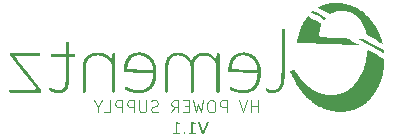
<source format=gbr>
%TF.GenerationSoftware,KiCad,Pcbnew,9.0.7-9.0.7~ubuntu22.04.1*%
%TF.CreationDate,2026-01-21T12:36:38+05:30*%
%TF.ProjectId,HV_POWER_SUPPLY_NEWSHAPE,48565f50-4f57-4455-925f-535550504c59,V1.0*%
%TF.SameCoordinates,Original*%
%TF.FileFunction,Legend,Bot*%
%TF.FilePolarity,Positive*%
%FSLAX46Y46*%
G04 Gerber Fmt 4.6, Leading zero omitted, Abs format (unit mm)*
G04 Created by KiCad (PCBNEW 9.0.7-9.0.7~ubuntu22.04.1) date 2026-01-21 12:36:38*
%MOMM*%
%LPD*%
G01*
G04 APERTURE LIST*
%ADD10C,0.000000*%
%ADD11C,0.120000*%
%ADD12R,1.700000X1.700000*%
%ADD13C,1.700000*%
%ADD14C,3.200000*%
%ADD15C,1.524003*%
G04 APERTURE END LIST*
D10*
G36*
X181716244Y-86107510D02*
G01*
X181803738Y-86110421D01*
X181870932Y-86112772D01*
X181943520Y-86115594D01*
X182120394Y-86121653D01*
X182995371Y-86614704D01*
X183870348Y-87106749D01*
X183882387Y-87229000D01*
X183887106Y-87276267D01*
X183890374Y-87315386D01*
X183891383Y-87330647D01*
X183891931Y-87342381D01*
X183891986Y-87350089D01*
X183891819Y-87352278D01*
X183891516Y-87353274D01*
X183805337Y-87306340D01*
X183573271Y-87177095D01*
X182812412Y-86750091D01*
X181701029Y-86125701D01*
X181665709Y-86106505D01*
X181716244Y-86107510D01*
G37*
G36*
X163226014Y-87287211D02*
G01*
X163281775Y-87289205D01*
X163322675Y-87292632D01*
X163362989Y-87298535D01*
X163407069Y-87306155D01*
X163453281Y-87315126D01*
X163499991Y-87325080D01*
X163545563Y-87335651D01*
X163588365Y-87346471D01*
X163626762Y-87357173D01*
X163659120Y-87367390D01*
X163754954Y-87404795D01*
X163801007Y-87425407D01*
X163845817Y-87447294D01*
X163889385Y-87470457D01*
X163931710Y-87494894D01*
X163972793Y-87520608D01*
X164012635Y-87547599D01*
X164051234Y-87575867D01*
X164088592Y-87605412D01*
X164124708Y-87636236D01*
X164159584Y-87668339D01*
X164193218Y-87701721D01*
X164225611Y-87736383D01*
X164256764Y-87772326D01*
X164286676Y-87809550D01*
X164315348Y-87848056D01*
X164342780Y-87887844D01*
X164368972Y-87928914D01*
X164393925Y-87971268D01*
X164417638Y-88014906D01*
X164440111Y-88059828D01*
X164481341Y-88153528D01*
X164517615Y-88252372D01*
X164548936Y-88356366D01*
X164575305Y-88465512D01*
X164596723Y-88579816D01*
X164600985Y-88609638D01*
X164604680Y-88644160D01*
X164610363Y-88724986D01*
X164613773Y-88817653D01*
X164614910Y-88917519D01*
X164613773Y-89019943D01*
X164610363Y-89120284D01*
X164604680Y-89213900D01*
X164596723Y-89296150D01*
X164575064Y-89448018D01*
X164547149Y-89590747D01*
X164512878Y-89724458D01*
X164472153Y-89849268D01*
X164424875Y-89965300D01*
X164370943Y-90072672D01*
X164341452Y-90123148D01*
X164310260Y-90171504D01*
X164277355Y-90217755D01*
X164242726Y-90261917D01*
X164206358Y-90304003D01*
X164168241Y-90344030D01*
X164128362Y-90382011D01*
X164086708Y-90417963D01*
X164043266Y-90451899D01*
X163998026Y-90483836D01*
X163950973Y-90513787D01*
X163902096Y-90541769D01*
X163851383Y-90567795D01*
X163798820Y-90591881D01*
X163688098Y-90634294D01*
X163569832Y-90669126D01*
X163443921Y-90696497D01*
X163412010Y-90701446D01*
X163375428Y-90705687D01*
X163290773Y-90712061D01*
X163195013Y-90715641D01*
X163093202Y-90716451D01*
X162990397Y-90714515D01*
X162891653Y-90709856D01*
X162802025Y-90702497D01*
X162762210Y-90697812D01*
X162726569Y-90692462D01*
X162606103Y-90668888D01*
X162487259Y-90640661D01*
X162373554Y-90609001D01*
X162268503Y-90575127D01*
X162175623Y-90540259D01*
X162134847Y-90522834D01*
X162098432Y-90505617D01*
X162066819Y-90488762D01*
X162040447Y-90472420D01*
X162019754Y-90456745D01*
X162005182Y-90441888D01*
X162001947Y-90437595D01*
X161999050Y-90433365D01*
X161997724Y-90431241D01*
X161996476Y-90429094D01*
X161995305Y-90426910D01*
X161994209Y-90424677D01*
X161993185Y-90422382D01*
X161992232Y-90420012D01*
X161991347Y-90417554D01*
X161990528Y-90414995D01*
X161989774Y-90412322D01*
X161989082Y-90409522D01*
X161988451Y-90406583D01*
X161987877Y-90403490D01*
X161987360Y-90400232D01*
X161986898Y-90396795D01*
X161986127Y-90389334D01*
X161985548Y-90381002D01*
X161985145Y-90371697D01*
X161984902Y-90361314D01*
X161984803Y-90349751D01*
X161984831Y-90336903D01*
X161984969Y-90322667D01*
X161985415Y-90291186D01*
X161986164Y-90263721D01*
X161987472Y-90240142D01*
X161989595Y-90220321D01*
X161991043Y-90211779D01*
X161992790Y-90204129D01*
X161994870Y-90197353D01*
X161997313Y-90191437D01*
X162000152Y-90186363D01*
X162003419Y-90182116D01*
X162007146Y-90178680D01*
X162011364Y-90176038D01*
X162016107Y-90174175D01*
X162021406Y-90173074D01*
X162027292Y-90172719D01*
X162033799Y-90173095D01*
X162040957Y-90174185D01*
X162048800Y-90175973D01*
X162057358Y-90178442D01*
X162066664Y-90181578D01*
X162087649Y-90189782D01*
X162112010Y-90200456D01*
X162171884Y-90228700D01*
X162253574Y-90266477D01*
X162332818Y-90301027D01*
X162409798Y-90332388D01*
X162484695Y-90360601D01*
X162557692Y-90385706D01*
X162628971Y-90407743D01*
X162698714Y-90426752D01*
X162767103Y-90442773D01*
X162834320Y-90455845D01*
X162900547Y-90466009D01*
X162965966Y-90473305D01*
X163030759Y-90477773D01*
X163095109Y-90479453D01*
X163159196Y-90478384D01*
X163223204Y-90474607D01*
X163287314Y-90468161D01*
X163342321Y-90460345D01*
X163395945Y-90450545D01*
X163448178Y-90438769D01*
X163499011Y-90425029D01*
X163548433Y-90409335D01*
X163596437Y-90391696D01*
X163643014Y-90372123D01*
X163688153Y-90350627D01*
X163731846Y-90327217D01*
X163774085Y-90301904D01*
X163814859Y-90274697D01*
X163854160Y-90245607D01*
X163891979Y-90214644D01*
X163928307Y-90181818D01*
X163963134Y-90147140D01*
X163996452Y-90110620D01*
X164028251Y-90072267D01*
X164058523Y-90032092D01*
X164087259Y-89990106D01*
X164114448Y-89946317D01*
X164140083Y-89900737D01*
X164164154Y-89853376D01*
X164186653Y-89804244D01*
X164207569Y-89753351D01*
X164226894Y-89700707D01*
X164244619Y-89646322D01*
X164260735Y-89590207D01*
X164275233Y-89532372D01*
X164288104Y-89472826D01*
X164299338Y-89411581D01*
X164316861Y-89284031D01*
X164319078Y-89262274D01*
X164321154Y-89238434D01*
X164324689Y-89187536D01*
X164326055Y-89161994D01*
X164327089Y-89137401D01*
X164327744Y-89114512D01*
X164327973Y-89094087D01*
X164327973Y-89003150D01*
X163951114Y-89003150D01*
X163677214Y-89001730D01*
X163373951Y-88996332D01*
X162971043Y-88985252D01*
X162398208Y-88966783D01*
X161908186Y-88950617D01*
X161878884Y-88924344D01*
X161850600Y-88897066D01*
X161856659Y-88745512D01*
X161860878Y-88679362D01*
X162139971Y-88679362D01*
X162140147Y-88684505D01*
X162140627Y-88688716D01*
X162140991Y-88690501D01*
X162141443Y-88692088D01*
X162141987Y-88693488D01*
X162142627Y-88694714D01*
X162143366Y-88695777D01*
X162144208Y-88696687D01*
X162145158Y-88697459D01*
X162146219Y-88698101D01*
X162147395Y-88698628D01*
X162148690Y-88699049D01*
X162151653Y-88699624D01*
X162155138Y-88699919D01*
X162163800Y-88700044D01*
X162194824Y-88701276D01*
X162258902Y-88704593D01*
X162448716Y-88715204D01*
X162759433Y-88730105D01*
X163112016Y-88741219D01*
X163489604Y-88748166D01*
X163875338Y-88750566D01*
X164327973Y-88750566D01*
X164327973Y-88714185D01*
X164327358Y-88690712D01*
X164325558Y-88664821D01*
X164322645Y-88636819D01*
X164318690Y-88607013D01*
X164307939Y-88543214D01*
X164293873Y-88475873D01*
X164277061Y-88407444D01*
X164258070Y-88340376D01*
X164237470Y-88277120D01*
X164226744Y-88247689D01*
X164215829Y-88220129D01*
X164201124Y-88186426D01*
X164185255Y-88153340D01*
X164168245Y-88120889D01*
X164150121Y-88089091D01*
X164130907Y-88057965D01*
X164110627Y-88027530D01*
X164089308Y-87997803D01*
X164066974Y-87968804D01*
X164019360Y-87913062D01*
X163967985Y-87860452D01*
X163913049Y-87811122D01*
X163854752Y-87765219D01*
X163793294Y-87722893D01*
X163728875Y-87684290D01*
X163661693Y-87649558D01*
X163591950Y-87618847D01*
X163519844Y-87592303D01*
X163445575Y-87570075D01*
X163369344Y-87552311D01*
X163291349Y-87539158D01*
X163270868Y-87536762D01*
X163247602Y-87534874D01*
X163194453Y-87532569D01*
X163135384Y-87532135D01*
X163073875Y-87533466D01*
X163013408Y-87536455D01*
X162957464Y-87540996D01*
X162909524Y-87546981D01*
X162889643Y-87550483D01*
X162873069Y-87554305D01*
X162847778Y-87561284D01*
X162822348Y-87569310D01*
X162796853Y-87578339D01*
X162771368Y-87588328D01*
X162745965Y-87599235D01*
X162720719Y-87611017D01*
X162695705Y-87623630D01*
X162670995Y-87637032D01*
X162646664Y-87651180D01*
X162622787Y-87666031D01*
X162599436Y-87681541D01*
X162576687Y-87697669D01*
X162554613Y-87714371D01*
X162533288Y-87731604D01*
X162512785Y-87749326D01*
X162493180Y-87767493D01*
X162457739Y-87803769D01*
X162423826Y-87843160D01*
X162391499Y-87885514D01*
X162360819Y-87930679D01*
X162331843Y-87978502D01*
X162304632Y-88028831D01*
X162279245Y-88081514D01*
X162255740Y-88136397D01*
X162234177Y-88193328D01*
X162214615Y-88252156D01*
X162197114Y-88312727D01*
X162181732Y-88374889D01*
X162168528Y-88438489D01*
X162157562Y-88503376D01*
X162148894Y-88569396D01*
X162142581Y-88636398D01*
X162140964Y-88657406D01*
X162140411Y-88665906D01*
X162140070Y-88673193D01*
X162139971Y-88679362D01*
X161860878Y-88679362D01*
X161866438Y-88592189D01*
X161883599Y-88446764D01*
X161908066Y-88309346D01*
X161939760Y-88180044D01*
X161978606Y-88058964D01*
X162024527Y-87946216D01*
X162077444Y-87841906D01*
X162137283Y-87746144D01*
X162203965Y-87659038D01*
X162239848Y-87618764D01*
X162277414Y-87580694D01*
X162316651Y-87544843D01*
X162357552Y-87511222D01*
X162400106Y-87479847D01*
X162444303Y-87450730D01*
X162490135Y-87423884D01*
X162537591Y-87399325D01*
X162586661Y-87377064D01*
X162637337Y-87357115D01*
X162689608Y-87339492D01*
X162743465Y-87324209D01*
X162855898Y-87300715D01*
X162897128Y-87295847D01*
X162953124Y-87291916D01*
X163018948Y-87289004D01*
X163089663Y-87287193D01*
X163160331Y-87286568D01*
X163226014Y-87287211D01*
G37*
G36*
X166517483Y-87297572D02*
G01*
X166577017Y-87301856D01*
X166635841Y-87308746D01*
X166693852Y-87318231D01*
X166750945Y-87330303D01*
X166807018Y-87344954D01*
X166861967Y-87362173D01*
X166915689Y-87381953D01*
X166968080Y-87404284D01*
X167019036Y-87429157D01*
X167056254Y-87449529D01*
X167093173Y-87471555D01*
X167129687Y-87495138D01*
X167165690Y-87520180D01*
X167201076Y-87546584D01*
X167235740Y-87574253D01*
X167269573Y-87603087D01*
X167302471Y-87632990D01*
X167334328Y-87663865D01*
X167365036Y-87695612D01*
X167394490Y-87728135D01*
X167422584Y-87761336D01*
X167449211Y-87795117D01*
X167474265Y-87829381D01*
X167497641Y-87864029D01*
X167519231Y-87898964D01*
X167523046Y-87905507D01*
X167526930Y-87911853D01*
X167530853Y-87917970D01*
X167534786Y-87923829D01*
X167538697Y-87929398D01*
X167542558Y-87934646D01*
X167546337Y-87939542D01*
X167550006Y-87944055D01*
X167553533Y-87948153D01*
X167556889Y-87951805D01*
X167560045Y-87954981D01*
X167562968Y-87957649D01*
X167565631Y-87959779D01*
X167568003Y-87961338D01*
X167570053Y-87962297D01*
X167570948Y-87962541D01*
X167571752Y-87962623D01*
X167572639Y-87962547D01*
X167573589Y-87962319D01*
X167574598Y-87961943D01*
X167575664Y-87961421D01*
X167576786Y-87960757D01*
X167577959Y-87959952D01*
X167579184Y-87959010D01*
X167580456Y-87957934D01*
X167581773Y-87956726D01*
X167583134Y-87955389D01*
X167585976Y-87952339D01*
X167588962Y-87948806D01*
X167592074Y-87944814D01*
X167595294Y-87940383D01*
X167598601Y-87935536D01*
X167601978Y-87930295D01*
X167605405Y-87924683D01*
X167608864Y-87918722D01*
X167612336Y-87912434D01*
X167615802Y-87905840D01*
X167619244Y-87898964D01*
X167645213Y-87850375D01*
X167674869Y-87802833D01*
X167708016Y-87756487D01*
X167744460Y-87711485D01*
X167784005Y-87667974D01*
X167826457Y-87626102D01*
X167871620Y-87586019D01*
X167919298Y-87547871D01*
X167969297Y-87511806D01*
X168021422Y-87477974D01*
X168075478Y-87446521D01*
X168131268Y-87417597D01*
X168188599Y-87391348D01*
X168247275Y-87367923D01*
X168307101Y-87347470D01*
X168367882Y-87330137D01*
X168392349Y-87324183D01*
X168418603Y-87318829D01*
X168446393Y-87314081D01*
X168475470Y-87309948D01*
X168505584Y-87306436D01*
X168536483Y-87303553D01*
X168599641Y-87299703D01*
X168662940Y-87298458D01*
X168694018Y-87298830D01*
X168724381Y-87299876D01*
X168753779Y-87301603D01*
X168781962Y-87304018D01*
X168808679Y-87307128D01*
X168833681Y-87310941D01*
X168888703Y-87322200D01*
X168943439Y-87336217D01*
X168997742Y-87352905D01*
X169051465Y-87372183D01*
X169104461Y-87393964D01*
X169156585Y-87418165D01*
X169207689Y-87444701D01*
X169257627Y-87473488D01*
X169306251Y-87504442D01*
X169353416Y-87537478D01*
X169398974Y-87572513D01*
X169442779Y-87609461D01*
X169484685Y-87648238D01*
X169524543Y-87688761D01*
X169562209Y-87730944D01*
X169597534Y-87774703D01*
X169609246Y-87789944D01*
X169620757Y-87804379D01*
X169631757Y-87817677D01*
X169641934Y-87829508D01*
X169650976Y-87839539D01*
X169658572Y-87847439D01*
X169664409Y-87852876D01*
X169666571Y-87854568D01*
X169668177Y-87855520D01*
X169669661Y-87855902D01*
X169671088Y-87855893D01*
X169672462Y-87855471D01*
X169673783Y-87854611D01*
X169675056Y-87853292D01*
X169676281Y-87851488D01*
X169677462Y-87849178D01*
X169678601Y-87846338D01*
X169679700Y-87842943D01*
X169680762Y-87838972D01*
X169681789Y-87834401D01*
X169682783Y-87829207D01*
X169683747Y-87823365D01*
X169684683Y-87816853D01*
X169686482Y-87801727D01*
X169688199Y-87783640D01*
X169689854Y-87762406D01*
X169691464Y-87737840D01*
X169693049Y-87709754D01*
X169694630Y-87677962D01*
X169696224Y-87642278D01*
X169697851Y-87602514D01*
X169699530Y-87558486D01*
X169705616Y-87391771D01*
X169736969Y-87358434D01*
X169742199Y-87353077D01*
X169747003Y-87348343D01*
X169751498Y-87344196D01*
X169753665Y-87342330D01*
X169755800Y-87340596D01*
X169757915Y-87338989D01*
X169760026Y-87337505D01*
X169762147Y-87336139D01*
X169764293Y-87334885D01*
X169766478Y-87333739D01*
X169768717Y-87332697D01*
X169771024Y-87331753D01*
X169773415Y-87330902D01*
X169775903Y-87330141D01*
X169778504Y-87329463D01*
X169781231Y-87328865D01*
X169784100Y-87328341D01*
X169787125Y-87327886D01*
X169790320Y-87327496D01*
X169793701Y-87327166D01*
X169797281Y-87326892D01*
X169805099Y-87326488D01*
X169813891Y-87326248D01*
X169823774Y-87326132D01*
X169834864Y-87326102D01*
X169855882Y-87326250D01*
X169864697Y-87326495D01*
X169872540Y-87326907D01*
X169879530Y-87327527D01*
X169885784Y-87328394D01*
X169891422Y-87329547D01*
X169896562Y-87331028D01*
X169901322Y-87332876D01*
X169905820Y-87335130D01*
X169910176Y-87337832D01*
X169914507Y-87341020D01*
X169918931Y-87344735D01*
X169923568Y-87349017D01*
X169928536Y-87353905D01*
X169933952Y-87359439D01*
X169966230Y-87392790D01*
X169966230Y-90623882D01*
X169938978Y-90652179D01*
X169934432Y-90656824D01*
X169930177Y-90660934D01*
X169928116Y-90662798D01*
X169926077Y-90664540D01*
X169924043Y-90666165D01*
X169921996Y-90667677D01*
X169919919Y-90669079D01*
X169917796Y-90670375D01*
X169915610Y-90671570D01*
X169913343Y-90672668D01*
X169910978Y-90673673D01*
X169908499Y-90674588D01*
X169905888Y-90675419D01*
X169903127Y-90676168D01*
X169900202Y-90676841D01*
X169897093Y-90677441D01*
X169893784Y-90677972D01*
X169890258Y-90678438D01*
X169886498Y-90678843D01*
X169882487Y-90679192D01*
X169878208Y-90679488D01*
X169873643Y-90679736D01*
X169863590Y-90680103D01*
X169852192Y-90680325D01*
X169839311Y-90680434D01*
X169824812Y-90680463D01*
X169796629Y-90680357D01*
X169785009Y-90680157D01*
X169774821Y-90679801D01*
X169765905Y-90679243D01*
X169758099Y-90678440D01*
X169751241Y-90677346D01*
X169745171Y-90675919D01*
X169739728Y-90674112D01*
X169734749Y-90671882D01*
X169730074Y-90669184D01*
X169725542Y-90665974D01*
X169720992Y-90662208D01*
X169716261Y-90657841D01*
X169705616Y-90647125D01*
X169673203Y-90613788D01*
X169673203Y-89487245D01*
X169672773Y-88856372D01*
X169670459Y-88510230D01*
X169668114Y-88413682D01*
X169664721Y-88352016D01*
X169660088Y-88313131D01*
X169654022Y-88284926D01*
X169646099Y-88256095D01*
X169637113Y-88227573D01*
X169627066Y-88199358D01*
X169615959Y-88171451D01*
X169603793Y-88143852D01*
X169590570Y-88116561D01*
X169576290Y-88089578D01*
X169560954Y-88062902D01*
X169544565Y-88036534D01*
X169527122Y-88010474D01*
X169508628Y-87984721D01*
X169489083Y-87959276D01*
X169468488Y-87934139D01*
X169446845Y-87909310D01*
X169424155Y-87884788D01*
X169400419Y-87860573D01*
X169354378Y-87817652D01*
X169306159Y-87777582D01*
X169255927Y-87740422D01*
X169203848Y-87706229D01*
X169150088Y-87675062D01*
X169094812Y-87646977D01*
X169038186Y-87622033D01*
X168980376Y-87600286D01*
X168921548Y-87581796D01*
X168861867Y-87566620D01*
X168801498Y-87554814D01*
X168740608Y-87546438D01*
X168679363Y-87541549D01*
X168617927Y-87540204D01*
X168556467Y-87542461D01*
X168495148Y-87548378D01*
X168436966Y-87557190D01*
X168381372Y-87568857D01*
X168328350Y-87583392D01*
X168277883Y-87600809D01*
X168229956Y-87621120D01*
X168184552Y-87644339D01*
X168141655Y-87670480D01*
X168101249Y-87699555D01*
X168063317Y-87731578D01*
X168027843Y-87766563D01*
X167994810Y-87804522D01*
X167964203Y-87845469D01*
X167936005Y-87889418D01*
X167910200Y-87936381D01*
X167886772Y-87986373D01*
X167865704Y-88039405D01*
X167842861Y-88100836D01*
X167833739Y-88128114D01*
X167829701Y-88141951D01*
X167825991Y-88156323D01*
X167822595Y-88171534D01*
X167819499Y-88187884D01*
X167816686Y-88205676D01*
X167814143Y-88225213D01*
X167811855Y-88246797D01*
X167809807Y-88270730D01*
X167807983Y-88297314D01*
X167806370Y-88326852D01*
X167803715Y-88395998D01*
X167801722Y-88480587D01*
X167800274Y-88583036D01*
X167799251Y-88705765D01*
X167798008Y-89021732D01*
X167797044Y-89447836D01*
X167792942Y-90624900D01*
X167766749Y-90652179D01*
X167762201Y-90656824D01*
X167757942Y-90660934D01*
X167755879Y-90662798D01*
X167753836Y-90664540D01*
X167751798Y-90666165D01*
X167749747Y-90667677D01*
X167747667Y-90669079D01*
X167745540Y-90670375D01*
X167743349Y-90671570D01*
X167741078Y-90672668D01*
X167738709Y-90673673D01*
X167736226Y-90674588D01*
X167733611Y-90675419D01*
X167730848Y-90676168D01*
X167727919Y-90676841D01*
X167724808Y-90677441D01*
X167721497Y-90677972D01*
X167717970Y-90678438D01*
X167714209Y-90678843D01*
X167710198Y-90679192D01*
X167705920Y-90679488D01*
X167701357Y-90679736D01*
X167691311Y-90680103D01*
X167679923Y-90680325D01*
X167667059Y-90680434D01*
X167652581Y-90680463D01*
X167625201Y-90680325D01*
X167613802Y-90680103D01*
X167603749Y-90679736D01*
X167594905Y-90679192D01*
X167587134Y-90678438D01*
X167580299Y-90677441D01*
X167574265Y-90676168D01*
X167568893Y-90674588D01*
X167564049Y-90672668D01*
X167559596Y-90670375D01*
X167555397Y-90667677D01*
X167551315Y-90664540D01*
X167547216Y-90660934D01*
X167538414Y-90652179D01*
X167512088Y-90624900D01*
X167509045Y-89483197D01*
X167506447Y-88764145D01*
X167503959Y-88547884D01*
X167499371Y-88402379D01*
X167491701Y-88309065D01*
X167479967Y-88249376D01*
X167463189Y-88204748D01*
X167440385Y-88156616D01*
X167426657Y-88128961D01*
X167410970Y-88100668D01*
X167393470Y-88071904D01*
X167374304Y-88042837D01*
X167353618Y-88013634D01*
X167331558Y-87984463D01*
X167308270Y-87955489D01*
X167283901Y-87926881D01*
X167258598Y-87898807D01*
X167232506Y-87871432D01*
X167205771Y-87844925D01*
X167178541Y-87819453D01*
X167150961Y-87795183D01*
X167123178Y-87772282D01*
X167095339Y-87750919D01*
X167067588Y-87731258D01*
X167037853Y-87711785D01*
X167007059Y-87693175D01*
X166975306Y-87675463D01*
X166942698Y-87658681D01*
X166909338Y-87642864D01*
X166875328Y-87628047D01*
X166840769Y-87614263D01*
X166805766Y-87601546D01*
X166770420Y-87589931D01*
X166734834Y-87579451D01*
X166699111Y-87570141D01*
X166663352Y-87562033D01*
X166627661Y-87555164D01*
X166592140Y-87549565D01*
X166556891Y-87545273D01*
X166522018Y-87542319D01*
X166487077Y-87540689D01*
X166451354Y-87540322D01*
X166415062Y-87541177D01*
X166378415Y-87543215D01*
X166341625Y-87546396D01*
X166304905Y-87550679D01*
X166268469Y-87556026D01*
X166232530Y-87562395D01*
X166197301Y-87569747D01*
X166162995Y-87578041D01*
X166129825Y-87587239D01*
X166098005Y-87597300D01*
X166067748Y-87608184D01*
X166039267Y-87619851D01*
X166012775Y-87632261D01*
X165988484Y-87645374D01*
X165973279Y-87654635D01*
X165958349Y-87664419D01*
X165943695Y-87674721D01*
X165929322Y-87685538D01*
X165915231Y-87696866D01*
X165901425Y-87708700D01*
X165874678Y-87733872D01*
X165849103Y-87761022D01*
X165824720Y-87790116D01*
X165801550Y-87821123D01*
X165779612Y-87854009D01*
X165758930Y-87888742D01*
X165739522Y-87925289D01*
X165721409Y-87963619D01*
X165704614Y-88003697D01*
X165689155Y-88045492D01*
X165675054Y-88088971D01*
X165662332Y-88134102D01*
X165651009Y-88180852D01*
X165646933Y-88198745D01*
X165643361Y-88216157D01*
X165641752Y-88225265D01*
X165640255Y-88234952D01*
X165638865Y-88245450D01*
X165637577Y-88256992D01*
X165636386Y-88269811D01*
X165635287Y-88284141D01*
X165633349Y-88318263D01*
X165631723Y-88361220D01*
X165630371Y-88414876D01*
X165629254Y-88481094D01*
X165628335Y-88561738D01*
X165627575Y-88658672D01*
X165626935Y-88773757D01*
X165625864Y-89065838D01*
X165624814Y-89452889D01*
X165620713Y-90624900D01*
X165594521Y-90652179D01*
X165589973Y-90656824D01*
X165585713Y-90660934D01*
X165583650Y-90662798D01*
X165581607Y-90664540D01*
X165579569Y-90666165D01*
X165577519Y-90667677D01*
X165575438Y-90669079D01*
X165573311Y-90670375D01*
X165571121Y-90671570D01*
X165568849Y-90672668D01*
X165566481Y-90673673D01*
X165563997Y-90674588D01*
X165561383Y-90675419D01*
X165558619Y-90676168D01*
X165555690Y-90676841D01*
X165552579Y-90677441D01*
X165549268Y-90677972D01*
X165545741Y-90678438D01*
X165541981Y-90678843D01*
X165537970Y-90679192D01*
X165533691Y-90679488D01*
X165529129Y-90679736D01*
X165519082Y-90680103D01*
X165507695Y-90680325D01*
X165494830Y-90680434D01*
X165480352Y-90680463D01*
X165452970Y-90680325D01*
X165441568Y-90680103D01*
X165431512Y-90679736D01*
X165422664Y-90679192D01*
X165414889Y-90678438D01*
X165408050Y-90677441D01*
X165402011Y-90676168D01*
X165396635Y-90674588D01*
X165391787Y-90672668D01*
X165387330Y-90670375D01*
X165383128Y-90667677D01*
X165379045Y-90664540D01*
X165374944Y-90660934D01*
X165366144Y-90652179D01*
X165338853Y-90623882D01*
X165338853Y-89490275D01*
X165341507Y-88546608D01*
X165346103Y-88344536D01*
X165354013Y-88242486D01*
X165368090Y-88155088D01*
X165386758Y-88071404D01*
X165409944Y-87991527D01*
X165437576Y-87915547D01*
X165469582Y-87843558D01*
X165505888Y-87775650D01*
X165546423Y-87711916D01*
X165591113Y-87652447D01*
X165639888Y-87597335D01*
X165692673Y-87546673D01*
X165749396Y-87500550D01*
X165809986Y-87459061D01*
X165874369Y-87422295D01*
X165942473Y-87390346D01*
X166014226Y-87363305D01*
X166089555Y-87341263D01*
X166151162Y-87327064D01*
X166212783Y-87315533D01*
X166274315Y-87306660D01*
X166335655Y-87300436D01*
X166396698Y-87296853D01*
X166457342Y-87295901D01*
X166517483Y-87297572D01*
G37*
G36*
X183201481Y-87455431D02*
G01*
X183556424Y-87655796D01*
X183773081Y-87780765D01*
X183839016Y-87820540D01*
X183881738Y-87848143D01*
X183905031Y-87865799D01*
X183910575Y-87871593D01*
X183912682Y-87875734D01*
X183913336Y-87885150D01*
X183913394Y-87901185D01*
X183911907Y-87950315D01*
X183908587Y-88017536D01*
X183903802Y-88097260D01*
X183891306Y-88271863D01*
X183884331Y-88355564D01*
X183877359Y-88429414D01*
X183860019Y-88580256D01*
X183839051Y-88728920D01*
X183814453Y-88875405D01*
X183786223Y-89019711D01*
X183754357Y-89161839D01*
X183718853Y-89301788D01*
X183679708Y-89439559D01*
X183636919Y-89575151D01*
X183590484Y-89708565D01*
X183540400Y-89839800D01*
X183486665Y-89968856D01*
X183429275Y-90095733D01*
X183368228Y-90220432D01*
X183303521Y-90342952D01*
X183235151Y-90463293D01*
X183163117Y-90581456D01*
X183108346Y-90665950D01*
X183051404Y-90749569D01*
X182992457Y-90832122D01*
X182931674Y-90913420D01*
X182869224Y-90993273D01*
X182805276Y-91071493D01*
X182739996Y-91147890D01*
X182673555Y-91222273D01*
X182606119Y-91294455D01*
X182537859Y-91364244D01*
X182468941Y-91431452D01*
X182399535Y-91495889D01*
X182329809Y-91557366D01*
X182259931Y-91615693D01*
X182190070Y-91670681D01*
X182120394Y-91722140D01*
X182034414Y-91781823D01*
X181947638Y-91838144D01*
X181859932Y-91891153D01*
X181771163Y-91940898D01*
X181681198Y-91987429D01*
X181589903Y-92030794D01*
X181497147Y-92071042D01*
X181402795Y-92108222D01*
X181306714Y-92142383D01*
X181208772Y-92173574D01*
X181108835Y-92201843D01*
X181006770Y-92227239D01*
X180902443Y-92249812D01*
X180795723Y-92269610D01*
X180686475Y-92286682D01*
X180574566Y-92301076D01*
X180504863Y-92306710D01*
X180412205Y-92310735D01*
X180304134Y-92313149D01*
X180188192Y-92313954D01*
X180071921Y-92313149D01*
X179962864Y-92310735D01*
X179868563Y-92306710D01*
X179796560Y-92301076D01*
X179647579Y-92282008D01*
X179501714Y-92258078D01*
X179358737Y-92229184D01*
X179218422Y-92195224D01*
X179080542Y-92156096D01*
X178944869Y-92111698D01*
X178811178Y-92061927D01*
X178679240Y-92006682D01*
X178548830Y-91945860D01*
X178419719Y-91879360D01*
X178291682Y-91807079D01*
X178164491Y-91728915D01*
X178037920Y-91644766D01*
X177911741Y-91554530D01*
X177785728Y-91458105D01*
X177659653Y-91355389D01*
X177606304Y-91308556D01*
X177540668Y-91248023D01*
X177466840Y-91177805D01*
X177388917Y-91101916D01*
X177310993Y-91024369D01*
X177237166Y-90949179D01*
X177171531Y-90880359D01*
X177118183Y-90821922D01*
X177046772Y-90739436D01*
X176976564Y-90655293D01*
X176907575Y-90569515D01*
X176839823Y-90482127D01*
X176773322Y-90393153D01*
X176708089Y-90302616D01*
X176644140Y-90210540D01*
X176581492Y-90116948D01*
X176520159Y-90021865D01*
X176460159Y-89925313D01*
X176401507Y-89827317D01*
X176344220Y-89727900D01*
X176233802Y-89524898D01*
X176129036Y-89316496D01*
X176064445Y-89178646D01*
X176004121Y-89045722D01*
X175959523Y-88943109D01*
X175946702Y-88911102D01*
X175942110Y-88896193D01*
X175942268Y-88895460D01*
X175942760Y-88894575D01*
X175943611Y-88893523D01*
X175944848Y-88892287D01*
X175946496Y-88890854D01*
X175948581Y-88889207D01*
X175954167Y-88885208D01*
X175961812Y-88880167D01*
X175971724Y-88873960D01*
X175984110Y-88866461D01*
X175999177Y-88857548D01*
X176017132Y-88847096D01*
X176038182Y-88834980D01*
X176090397Y-88805260D01*
X176157480Y-88767395D01*
X176241087Y-88720390D01*
X176292681Y-88692106D01*
X176380524Y-88845670D01*
X176475215Y-89004507D01*
X176575211Y-89160431D01*
X176679579Y-89312234D01*
X176787386Y-89458708D01*
X176897698Y-89598645D01*
X177009582Y-89730838D01*
X177122105Y-89854079D01*
X177178314Y-89911965D01*
X177234333Y-89967159D01*
X177339765Y-90064771D01*
X177446925Y-90156803D01*
X177555838Y-90243264D01*
X177666531Y-90324164D01*
X177779027Y-90399510D01*
X177893354Y-90469313D01*
X178009537Y-90533580D01*
X178127600Y-90592320D01*
X178247571Y-90645544D01*
X178369474Y-90693258D01*
X178493335Y-90735473D01*
X178619179Y-90772197D01*
X178747033Y-90803439D01*
X178876921Y-90829208D01*
X179008870Y-90849512D01*
X179142904Y-90864361D01*
X179215885Y-90869305D01*
X179302685Y-90872081D01*
X179398271Y-90872797D01*
X179497613Y-90871560D01*
X179595677Y-90868475D01*
X179687431Y-90863649D01*
X179767843Y-90857189D01*
X179831881Y-90849201D01*
X179915448Y-90834886D01*
X179997921Y-90818086D01*
X180079294Y-90798803D01*
X180159561Y-90777037D01*
X180238715Y-90752792D01*
X180316751Y-90726068D01*
X180393663Y-90696866D01*
X180469444Y-90665188D01*
X180544089Y-90631036D01*
X180617591Y-90594411D01*
X180689945Y-90555314D01*
X180761145Y-90513748D01*
X180831184Y-90469713D01*
X180900057Y-90423211D01*
X180967757Y-90374244D01*
X181034279Y-90322812D01*
X181057793Y-90303342D01*
X181083417Y-90281149D01*
X181139674Y-90229920D01*
X181200408Y-90171777D01*
X181262978Y-90109373D01*
X181324741Y-90045359D01*
X181383057Y-89982387D01*
X181435284Y-89923109D01*
X181458288Y-89895683D01*
X181478779Y-89870176D01*
X181580152Y-89735554D01*
X181676618Y-89595862D01*
X181768126Y-89451238D01*
X181854620Y-89301822D01*
X181936048Y-89147753D01*
X182012357Y-88989170D01*
X182083491Y-88826212D01*
X182149399Y-88659018D01*
X182210027Y-88487727D01*
X182265321Y-88312479D01*
X182315227Y-88133413D01*
X182359693Y-87950667D01*
X182398665Y-87764382D01*
X182432088Y-87574695D01*
X182459911Y-87381746D01*
X182482079Y-87185674D01*
X182494251Y-87057351D01*
X183201481Y-87455431D01*
G37*
G36*
X175380913Y-85305451D02*
G01*
X175392740Y-85305646D01*
X175403057Y-85305993D01*
X175412023Y-85306536D01*
X175419799Y-85307317D01*
X175426545Y-85308379D01*
X175432421Y-85309765D01*
X175437587Y-85311519D01*
X175442203Y-85313682D01*
X175446429Y-85316299D01*
X175450425Y-85319411D01*
X175454352Y-85323062D01*
X175458369Y-85327295D01*
X175467314Y-85337679D01*
X175493641Y-85368992D01*
X175489538Y-87314923D01*
X175486145Y-88480148D01*
X175479949Y-89137856D01*
X175467699Y-89475405D01*
X175446146Y-89680153D01*
X175433074Y-89761311D01*
X175416828Y-89841403D01*
X175397629Y-89919742D01*
X175375702Y-89995640D01*
X175351269Y-90068413D01*
X175338183Y-90103412D01*
X175324555Y-90137373D01*
X175310412Y-90170209D01*
X175295782Y-90201835D01*
X175280693Y-90232164D01*
X175265173Y-90261111D01*
X175249799Y-90287394D01*
X175233250Y-90313518D01*
X175215613Y-90339397D01*
X175196970Y-90364942D01*
X175177407Y-90390068D01*
X175157009Y-90414685D01*
X175135861Y-90438707D01*
X175114046Y-90462047D01*
X175091650Y-90484618D01*
X175068757Y-90506331D01*
X175045452Y-90527100D01*
X175021820Y-90546837D01*
X174997946Y-90565455D01*
X174973913Y-90582867D01*
X174949807Y-90598985D01*
X174925713Y-90613721D01*
X174878434Y-90638111D01*
X174827097Y-90659366D01*
X174772244Y-90677482D01*
X174714414Y-90692449D01*
X174654149Y-90704262D01*
X174591989Y-90712911D01*
X174528475Y-90718391D01*
X174464147Y-90720693D01*
X174399546Y-90719810D01*
X174335214Y-90715734D01*
X174271689Y-90708459D01*
X174209514Y-90697977D01*
X174149229Y-90684280D01*
X174091374Y-90667362D01*
X174036491Y-90647214D01*
X173985119Y-90623829D01*
X173969532Y-90615735D01*
X173955647Y-90608012D01*
X173943368Y-90600485D01*
X173937801Y-90596740D01*
X173932600Y-90592979D01*
X173927751Y-90589179D01*
X173923245Y-90585318D01*
X173919067Y-90581376D01*
X173915207Y-90577330D01*
X173911653Y-90573158D01*
X173908392Y-90568838D01*
X173905412Y-90564349D01*
X173902702Y-90559669D01*
X173900249Y-90554776D01*
X173898041Y-90549647D01*
X173896067Y-90544262D01*
X173894314Y-90538598D01*
X173892770Y-90532634D01*
X173891424Y-90526347D01*
X173890262Y-90519716D01*
X173889274Y-90512719D01*
X173887770Y-90497540D01*
X173886815Y-90480635D01*
X173886312Y-90461830D01*
X173886166Y-90440949D01*
X173886320Y-90423932D01*
X173886788Y-90408101D01*
X173887574Y-90393433D01*
X173888685Y-90379906D01*
X173890128Y-90367497D01*
X173891907Y-90356185D01*
X173894029Y-90345948D01*
X173896500Y-90336762D01*
X173899327Y-90328607D01*
X173902514Y-90321459D01*
X173906068Y-90315297D01*
X173909996Y-90310099D01*
X173914302Y-90305842D01*
X173918994Y-90302504D01*
X173924076Y-90300063D01*
X173929556Y-90298497D01*
X173930491Y-90298372D01*
X173931580Y-90298374D01*
X173932819Y-90298500D01*
X173934201Y-90298748D01*
X173937378Y-90299596D01*
X173941070Y-90300894D01*
X173945234Y-90302618D01*
X173949830Y-90304744D01*
X173954815Y-90307250D01*
X173960149Y-90310111D01*
X173965790Y-90313303D01*
X173971696Y-90316803D01*
X173977826Y-90320588D01*
X173984139Y-90324633D01*
X173990593Y-90328915D01*
X173997146Y-90333411D01*
X174003758Y-90338096D01*
X174010386Y-90342947D01*
X174036189Y-90361839D01*
X174061793Y-90379135D01*
X174087329Y-90394874D01*
X174112925Y-90409095D01*
X174138712Y-90421836D01*
X174164819Y-90433135D01*
X174191377Y-90443031D01*
X174218515Y-90451562D01*
X174246363Y-90458767D01*
X174275050Y-90464685D01*
X174304708Y-90469353D01*
X174335465Y-90472811D01*
X174367451Y-90475097D01*
X174400796Y-90476248D01*
X174435631Y-90476305D01*
X174472084Y-90475305D01*
X174518827Y-90472576D01*
X174562934Y-90468109D01*
X174604591Y-90461802D01*
X174643979Y-90453550D01*
X174681283Y-90443250D01*
X174716686Y-90430798D01*
X174750371Y-90416090D01*
X174782523Y-90399024D01*
X174813325Y-90379495D01*
X174842959Y-90357400D01*
X174871611Y-90332634D01*
X174899462Y-90305096D01*
X174926698Y-90274680D01*
X174953501Y-90241284D01*
X174980054Y-90204803D01*
X175006542Y-90165134D01*
X175020829Y-90141517D01*
X175034847Y-90115821D01*
X175048563Y-90088149D01*
X175061948Y-90058600D01*
X175074970Y-90027275D01*
X175087599Y-89994275D01*
X175099802Y-89959700D01*
X175111550Y-89923652D01*
X175122811Y-89886230D01*
X175133554Y-89847536D01*
X175143748Y-89807669D01*
X175153362Y-89766732D01*
X175162366Y-89724824D01*
X175170728Y-89682045D01*
X175178417Y-89638498D01*
X175185402Y-89594282D01*
X175188442Y-89572182D01*
X175191130Y-89546641D01*
X175193493Y-89515138D01*
X175195558Y-89475154D01*
X175197350Y-89424171D01*
X175198896Y-89359670D01*
X175201359Y-89180037D01*
X175203159Y-88916103D01*
X175204507Y-88547716D01*
X175206699Y-87416973D01*
X175210669Y-85360909D01*
X175236994Y-85333631D01*
X175241541Y-85328983D01*
X175245797Y-85324872D01*
X175247860Y-85323007D01*
X175249902Y-85321264D01*
X175251940Y-85319639D01*
X175253992Y-85318127D01*
X175256074Y-85316725D01*
X175258205Y-85315429D01*
X175260401Y-85314234D01*
X175262679Y-85313136D01*
X175265057Y-85312131D01*
X175267552Y-85311216D01*
X175270181Y-85310386D01*
X175272961Y-85309636D01*
X175275910Y-85308964D01*
X175279045Y-85308365D01*
X175282383Y-85307834D01*
X175285941Y-85307369D01*
X175289736Y-85306964D01*
X175293787Y-85306615D01*
X175298109Y-85306319D01*
X175302720Y-85306072D01*
X175312879Y-85305706D01*
X175324402Y-85305485D01*
X175337425Y-85305376D01*
X175352087Y-85305347D01*
X175380913Y-85305451D01*
G37*
G36*
X177445539Y-84223235D02*
G01*
X177481253Y-84242398D01*
X177608389Y-84312159D01*
X177793866Y-84415072D01*
X178018559Y-84540622D01*
X178597466Y-84867977D01*
X178597602Y-84868314D01*
X178597617Y-84868939D01*
X178597291Y-84871027D01*
X178596511Y-84874183D01*
X178595298Y-84878351D01*
X178591665Y-84889486D01*
X178586569Y-84903972D01*
X178580190Y-84921348D01*
X178572706Y-84941151D01*
X178564294Y-84962920D01*
X178555134Y-84986193D01*
X178528321Y-85056497D01*
X178504560Y-85124860D01*
X178483592Y-85192277D01*
X178465160Y-85259741D01*
X178449003Y-85328248D01*
X178434862Y-85398791D01*
X178422480Y-85472366D01*
X178411596Y-85549967D01*
X178404445Y-85613254D01*
X178399649Y-85670561D01*
X178397198Y-85721973D01*
X178397079Y-85767572D01*
X178397889Y-85788218D01*
X178399278Y-85807441D01*
X178401244Y-85825252D01*
X178403785Y-85841661D01*
X178406899Y-85856679D01*
X178410586Y-85870317D01*
X178414842Y-85882583D01*
X178419668Y-85893489D01*
X178424651Y-85902615D01*
X178430114Y-85911421D01*
X178436041Y-85919896D01*
X178442416Y-85928028D01*
X178449223Y-85935804D01*
X178456445Y-85943213D01*
X178464067Y-85950244D01*
X178472072Y-85956883D01*
X178480445Y-85963121D01*
X178489169Y-85968944D01*
X178498229Y-85974341D01*
X178507607Y-85979300D01*
X178517289Y-85983809D01*
X178527257Y-85987857D01*
X178537497Y-85991431D01*
X178547991Y-85994520D01*
X179586398Y-86037589D01*
X180726305Y-86075351D01*
X180731112Y-86076900D01*
X180741179Y-86081446D01*
X180775966Y-86098919D01*
X180828417Y-86126550D01*
X180896283Y-86163121D01*
X181069261Y-86258203D01*
X181276903Y-86374409D01*
X181807392Y-86673481D01*
X181691240Y-86668427D01*
X179049110Y-86579514D01*
X177262561Y-86518513D01*
X176514137Y-86488577D01*
X176513788Y-86488063D01*
X176513485Y-86487285D01*
X176513016Y-86484962D01*
X176512724Y-86481664D01*
X176512605Y-86477450D01*
X176512657Y-86472378D01*
X176512874Y-86466504D01*
X176513253Y-86459888D01*
X176513790Y-86452587D01*
X176515319Y-86436159D01*
X176517430Y-86417682D01*
X176520090Y-86397620D01*
X176523266Y-86376433D01*
X176551038Y-86218609D01*
X176581703Y-86065210D01*
X176615315Y-85916115D01*
X176651927Y-85771202D01*
X176691592Y-85630350D01*
X176734363Y-85493438D01*
X176780295Y-85360344D01*
X176829439Y-85230947D01*
X176881850Y-85105126D01*
X176937581Y-84982759D01*
X176996685Y-84863726D01*
X177059215Y-84747904D01*
X177125225Y-84635172D01*
X177194767Y-84525410D01*
X177267896Y-84418495D01*
X177344664Y-84314306D01*
X177359994Y-84294721D01*
X177374709Y-84276402D01*
X177388479Y-84259765D01*
X177400972Y-84245223D01*
X177411859Y-84233192D01*
X177420810Y-84224085D01*
X177424456Y-84220758D01*
X177427494Y-84218317D01*
X177429883Y-84216814D01*
X177431582Y-84216302D01*
X177445539Y-84223235D01*
G37*
G36*
X172087581Y-87289704D02*
G01*
X172163656Y-87293914D01*
X172196252Y-87297033D01*
X172224318Y-87300848D01*
X172326539Y-87320630D01*
X172425113Y-87346186D01*
X172519918Y-87377420D01*
X172610836Y-87414233D01*
X172697746Y-87456527D01*
X172780529Y-87504206D01*
X172859066Y-87557171D01*
X172933235Y-87615325D01*
X173002918Y-87678570D01*
X173067994Y-87746808D01*
X173128345Y-87819942D01*
X173183849Y-87897875D01*
X173234388Y-87980508D01*
X173279841Y-88067745D01*
X173320090Y-88159486D01*
X173355013Y-88255636D01*
X173368474Y-88298698D01*
X173380840Y-88341593D01*
X173392128Y-88384461D01*
X173402357Y-88427442D01*
X173411544Y-88470679D01*
X173419707Y-88514311D01*
X173426864Y-88558478D01*
X173433032Y-88603322D01*
X173438230Y-88648983D01*
X173442476Y-88695601D01*
X173445786Y-88743318D01*
X173448180Y-88792273D01*
X173449674Y-88842608D01*
X173450287Y-88894463D01*
X173448940Y-89003296D01*
X173444234Y-89117408D01*
X173436553Y-89227149D01*
X173425881Y-89332578D01*
X173412201Y-89433752D01*
X173395496Y-89530728D01*
X173375750Y-89623565D01*
X173352946Y-89712320D01*
X173327068Y-89797050D01*
X173298098Y-89877815D01*
X173266020Y-89954670D01*
X173230817Y-90027675D01*
X173192473Y-90096887D01*
X173150971Y-90162363D01*
X173106295Y-90224161D01*
X173058427Y-90282339D01*
X173007351Y-90336955D01*
X172967176Y-90375519D01*
X172925420Y-90412027D01*
X172882070Y-90446484D01*
X172837110Y-90478894D01*
X172790527Y-90509262D01*
X172742304Y-90537592D01*
X172692429Y-90563889D01*
X172640887Y-90588156D01*
X172587662Y-90610399D01*
X172532740Y-90630622D01*
X172476108Y-90648828D01*
X172417750Y-90665024D01*
X172357651Y-90679212D01*
X172295798Y-90691398D01*
X172232175Y-90701585D01*
X172166769Y-90709779D01*
X172115752Y-90714419D01*
X172058117Y-90717734D01*
X171996055Y-90719722D01*
X171931754Y-90720385D01*
X171867404Y-90719722D01*
X171805192Y-90717734D01*
X171747309Y-90714419D01*
X171695944Y-90709779D01*
X171629790Y-90701531D01*
X171561759Y-90690966D01*
X171492606Y-90678327D01*
X171423086Y-90663854D01*
X171285966Y-90630371D01*
X171156442Y-90592449D01*
X171096415Y-90572426D01*
X171040553Y-90552017D01*
X170989611Y-90531462D01*
X170944343Y-90511004D01*
X170905505Y-90490883D01*
X170873852Y-90471340D01*
X170850139Y-90452618D01*
X170835121Y-90434956D01*
X170831948Y-90429257D01*
X170829050Y-90422805D01*
X170824062Y-90407876D01*
X170820128Y-90390635D01*
X170817217Y-90371547D01*
X170815300Y-90351081D01*
X170814346Y-90329701D01*
X170814327Y-90307873D01*
X170815212Y-90286065D01*
X170816971Y-90264742D01*
X170819575Y-90244371D01*
X170822993Y-90225417D01*
X170827196Y-90208347D01*
X170832155Y-90193627D01*
X170837838Y-90181723D01*
X170840942Y-90176973D01*
X170844217Y-90173102D01*
X170847658Y-90170168D01*
X170851261Y-90168230D01*
X170852275Y-90168028D01*
X170853600Y-90167988D01*
X170857146Y-90168380D01*
X170861831Y-90169375D01*
X170867586Y-90170945D01*
X170874341Y-90173059D01*
X170882026Y-90175688D01*
X170890572Y-90178803D01*
X170899911Y-90182373D01*
X170920685Y-90190763D01*
X170943795Y-90200620D01*
X170968684Y-90211709D01*
X170994799Y-90223792D01*
X171092123Y-90268854D01*
X171188329Y-90309961D01*
X171282953Y-90346947D01*
X171375533Y-90379645D01*
X171465609Y-90407891D01*
X171552717Y-90431519D01*
X171636396Y-90450364D01*
X171676806Y-90457940D01*
X171716185Y-90464259D01*
X171744817Y-90467907D01*
X171775230Y-90470900D01*
X171840363Y-90474947D01*
X171909524Y-90476460D01*
X171980652Y-90475499D01*
X172051687Y-90472122D01*
X172120569Y-90466389D01*
X172185237Y-90458359D01*
X172215347Y-90453502D01*
X172243631Y-90448093D01*
X172316039Y-90430496D01*
X172385881Y-90408808D01*
X172453099Y-90383079D01*
X172517632Y-90353361D01*
X172579422Y-90319706D01*
X172638407Y-90282166D01*
X172694529Y-90240792D01*
X172747729Y-90195637D01*
X172797945Y-90146752D01*
X172845119Y-90094190D01*
X172889191Y-90038001D01*
X172930101Y-89978238D01*
X172967789Y-89914953D01*
X173002196Y-89848197D01*
X173033263Y-89778022D01*
X173060928Y-89704481D01*
X173081298Y-89641460D01*
X173099318Y-89576937D01*
X173107479Y-89543879D01*
X173115092Y-89510166D01*
X173128728Y-89440399D01*
X173140329Y-89366891D01*
X173150002Y-89288895D01*
X173157852Y-89205666D01*
X173163984Y-89116458D01*
X173171129Y-89003296D01*
X172793169Y-89003296D01*
X172514670Y-89001732D01*
X172205449Y-88996096D01*
X171800357Y-88984968D01*
X171234245Y-88966929D01*
X170749264Y-88951768D01*
X170714869Y-88919436D01*
X170681532Y-88887104D01*
X170687616Y-88755765D01*
X170691877Y-88697159D01*
X170695256Y-88650685D01*
X170976542Y-88650685D01*
X170976542Y-88697159D01*
X171084755Y-88704237D01*
X171308227Y-88717164D01*
X171495273Y-88726588D01*
X171679863Y-88733928D01*
X171895968Y-88740604D01*
X172070959Y-88744315D01*
X172282475Y-88747553D01*
X172503838Y-88749842D01*
X172708372Y-88750711D01*
X173162001Y-88750711D01*
X173155914Y-88656745D01*
X173145736Y-88556667D01*
X173128584Y-88459682D01*
X173104659Y-88366043D01*
X173074166Y-88276000D01*
X173037308Y-88189805D01*
X172994287Y-88107709D01*
X172945306Y-88029965D01*
X172890570Y-87956824D01*
X172830280Y-87888537D01*
X172764641Y-87825356D01*
X172693854Y-87767533D01*
X172618124Y-87715319D01*
X172537652Y-87668966D01*
X172452644Y-87628725D01*
X172363300Y-87594848D01*
X172269825Y-87567587D01*
X172239667Y-87560543D01*
X172208764Y-87554194D01*
X172177247Y-87548551D01*
X172145249Y-87543621D01*
X172112902Y-87539413D01*
X172080336Y-87535937D01*
X172047685Y-87533201D01*
X172015081Y-87531214D01*
X171982654Y-87529984D01*
X171950538Y-87529521D01*
X171918865Y-87529834D01*
X171887765Y-87530931D01*
X171857372Y-87532821D01*
X171827816Y-87535513D01*
X171799231Y-87539016D01*
X171771748Y-87543338D01*
X171737324Y-87549858D01*
X171704094Y-87557320D01*
X171671969Y-87565767D01*
X171640862Y-87575243D01*
X171610685Y-87585791D01*
X171581350Y-87597453D01*
X171552771Y-87610273D01*
X171524859Y-87624292D01*
X171497526Y-87639555D01*
X171470686Y-87656104D01*
X171444251Y-87673982D01*
X171418132Y-87693232D01*
X171392243Y-87713897D01*
X171366496Y-87736020D01*
X171340803Y-87759643D01*
X171315077Y-87784810D01*
X171290077Y-87811034D01*
X171266205Y-87837838D01*
X171243427Y-87865281D01*
X171221711Y-87893423D01*
X171201025Y-87922324D01*
X171181335Y-87952041D01*
X171162610Y-87982634D01*
X171144817Y-88014163D01*
X171127922Y-88046686D01*
X171111895Y-88080263D01*
X171096701Y-88114952D01*
X171082309Y-88150814D01*
X171068686Y-88187907D01*
X171055799Y-88226290D01*
X171043616Y-88266023D01*
X171032105Y-88307164D01*
X171021627Y-88350104D01*
X171011535Y-88396643D01*
X171002141Y-88444982D01*
X170993756Y-88493321D01*
X170986692Y-88539861D01*
X170981261Y-88582801D01*
X170977773Y-88620342D01*
X170976542Y-88650685D01*
X170695256Y-88650685D01*
X170698540Y-88605517D01*
X170715774Y-88463199D01*
X170739303Y-88328832D01*
X170769112Y-88202437D01*
X170805186Y-88084033D01*
X170847509Y-87973643D01*
X170896066Y-87871286D01*
X170950844Y-87776983D01*
X171011825Y-87690756D01*
X171078996Y-87612624D01*
X171152340Y-87542608D01*
X171231844Y-87480730D01*
X171317491Y-87427009D01*
X171409267Y-87381468D01*
X171507157Y-87344125D01*
X171611145Y-87315003D01*
X171636001Y-87309936D01*
X171665816Y-87305358D01*
X171737611Y-87297728D01*
X171821108Y-87292229D01*
X171910884Y-87288979D01*
X172001516Y-87288098D01*
X172087581Y-87289704D01*
G37*
G36*
X157069362Y-86376543D02*
G01*
X157076962Y-86376833D01*
X157083823Y-86377300D01*
X157090039Y-86377981D01*
X157095703Y-86378910D01*
X157100908Y-86380124D01*
X157105748Y-86381657D01*
X157110315Y-86383545D01*
X157114704Y-86385824D01*
X157119007Y-86388529D01*
X157123317Y-86391696D01*
X157127728Y-86395360D01*
X157132333Y-86399557D01*
X157137226Y-86404322D01*
X157142499Y-86409691D01*
X157174830Y-86442023D01*
X157184938Y-86896683D01*
X157189170Y-87076797D01*
X157193780Y-87230482D01*
X157198010Y-87341542D01*
X157201104Y-87393783D01*
X157207162Y-87437227D01*
X157686072Y-87437227D01*
X157718404Y-87470564D01*
X157723596Y-87476005D01*
X157728206Y-87481036D01*
X157732269Y-87485768D01*
X157734105Y-87488057D01*
X157735818Y-87490312D01*
X157737410Y-87492548D01*
X157738887Y-87494779D01*
X157740253Y-87497019D01*
X157741511Y-87499281D01*
X157742666Y-87501579D01*
X157743723Y-87503927D01*
X157744686Y-87506340D01*
X157745558Y-87508830D01*
X157746345Y-87511412D01*
X157747050Y-87514099D01*
X157747678Y-87516907D01*
X157748232Y-87519847D01*
X157748718Y-87522935D01*
X157749139Y-87526184D01*
X157749805Y-87533221D01*
X157750263Y-87541069D01*
X157750549Y-87549839D01*
X157750695Y-87559643D01*
X157750736Y-87570590D01*
X157750621Y-87592412D01*
X157750403Y-87601423D01*
X157750009Y-87609345D01*
X157749390Y-87616315D01*
X157748496Y-87622466D01*
X157747276Y-87627933D01*
X157745681Y-87632852D01*
X157744726Y-87635147D01*
X157743659Y-87637355D01*
X157741161Y-87641580D01*
X157738136Y-87645659D01*
X157734534Y-87649728D01*
X157730305Y-87653921D01*
X157725398Y-87658372D01*
X157713350Y-87668592D01*
X157674959Y-87699918D01*
X157195045Y-87699918D01*
X157195045Y-88753714D01*
X157193845Y-89416533D01*
X157191635Y-89635356D01*
X157187719Y-89796897D01*
X157181625Y-89914487D01*
X157172877Y-90001459D01*
X157161003Y-90071145D01*
X157145528Y-90136876D01*
X157127859Y-90198746D01*
X157107423Y-90257060D01*
X157084199Y-90311839D01*
X157058165Y-90363105D01*
X157044089Y-90387427D01*
X157029302Y-90410878D01*
X157013803Y-90433461D01*
X156997588Y-90455179D01*
X156980656Y-90476033D01*
X156963004Y-90496027D01*
X156944628Y-90515164D01*
X156925527Y-90533445D01*
X156905697Y-90550874D01*
X156885137Y-90567453D01*
X156863844Y-90583185D01*
X156841814Y-90598072D01*
X156819046Y-90612116D01*
X156795537Y-90625321D01*
X156771284Y-90637689D01*
X156746285Y-90649223D01*
X156694038Y-90669797D01*
X156638774Y-90687065D01*
X156580473Y-90701046D01*
X156519114Y-90711763D01*
X156496097Y-90714500D01*
X156470808Y-90716653D01*
X156414558Y-90719247D01*
X156352648Y-90719615D01*
X156287365Y-90717829D01*
X156220993Y-90713959D01*
X156155817Y-90708076D01*
X156094122Y-90700252D01*
X156065294Y-90695633D01*
X156038194Y-90690557D01*
X155999340Y-90682296D01*
X155960622Y-90673117D01*
X155922291Y-90663122D01*
X155884601Y-90652411D01*
X155847805Y-90641085D01*
X155812157Y-90629243D01*
X155777908Y-90616988D01*
X155745313Y-90604418D01*
X155714624Y-90591636D01*
X155686095Y-90578741D01*
X155659977Y-90565835D01*
X155636525Y-90553017D01*
X155615992Y-90540389D01*
X155598630Y-90528051D01*
X155584692Y-90516103D01*
X155574432Y-90504647D01*
X155570623Y-90499012D01*
X155567146Y-90492570D01*
X155563997Y-90485385D01*
X155561172Y-90477520D01*
X155556474Y-90460000D01*
X155553014Y-90440518D01*
X155550755Y-90419581D01*
X155549661Y-90397693D01*
X155549695Y-90375361D01*
X155550820Y-90353092D01*
X155552998Y-90331392D01*
X155556193Y-90310765D01*
X155560368Y-90291720D01*
X155565486Y-90274762D01*
X155571509Y-90260397D01*
X155574849Y-90254344D01*
X155578402Y-90249131D01*
X155582163Y-90244818D01*
X155586127Y-90241470D01*
X155590289Y-90239150D01*
X155594646Y-90237921D01*
X155595887Y-90237834D01*
X155597520Y-90237949D01*
X155601911Y-90238768D01*
X155607730Y-90240339D01*
X155614883Y-90242623D01*
X155623280Y-90245582D01*
X155632828Y-90249177D01*
X155655011Y-90258123D01*
X155680699Y-90269154D01*
X155709158Y-90281961D01*
X155739655Y-90296237D01*
X155771454Y-90311673D01*
X155834235Y-90341484D01*
X155895773Y-90368691D01*
X155955677Y-90393151D01*
X156013558Y-90414723D01*
X156069024Y-90433265D01*
X156121684Y-90448634D01*
X156171148Y-90460688D01*
X156194560Y-90465428D01*
X156217026Y-90469286D01*
X156236455Y-90472011D01*
X156257089Y-90474136D01*
X156278711Y-90475675D01*
X156301106Y-90476642D01*
X156324057Y-90477053D01*
X156347348Y-90476921D01*
X156394088Y-90475093D01*
X156417104Y-90473426D01*
X156439596Y-90471276D01*
X156461348Y-90468658D01*
X156482144Y-90465587D01*
X156501768Y-90462078D01*
X156520004Y-90458146D01*
X156536635Y-90453806D01*
X156551446Y-90449071D01*
X156578184Y-90438663D01*
X156604192Y-90426412D01*
X156629424Y-90412374D01*
X156653837Y-90396600D01*
X156677385Y-90379145D01*
X156700025Y-90360062D01*
X156721712Y-90339404D01*
X156742401Y-90317225D01*
X156762048Y-90293577D01*
X156780609Y-90268514D01*
X156798038Y-90242089D01*
X156814293Y-90214357D01*
X156829328Y-90185369D01*
X156843099Y-90155179D01*
X156855561Y-90123841D01*
X156866671Y-90091408D01*
X156876120Y-90060988D01*
X156884434Y-90031459D01*
X156891685Y-90001087D01*
X156897947Y-89968135D01*
X156903290Y-89930867D01*
X156907789Y-89887547D01*
X156911515Y-89836438D01*
X156914540Y-89775806D01*
X156916939Y-89703914D01*
X156918782Y-89619025D01*
X156920143Y-89519404D01*
X156921093Y-89403316D01*
X156922055Y-89114790D01*
X156922247Y-88739559D01*
X156922247Y-87699918D01*
X155723975Y-87699918D01*
X155691643Y-87666568D01*
X155686283Y-87661127D01*
X155681548Y-87656094D01*
X155677399Y-87651357D01*
X155675533Y-87649065D01*
X155673799Y-87646804D01*
X155672192Y-87644561D01*
X155670708Y-87642322D01*
X155669341Y-87640072D01*
X155668088Y-87637798D01*
X155666942Y-87635486D01*
X155665900Y-87633121D01*
X155664956Y-87630689D01*
X155664106Y-87628177D01*
X155663345Y-87625569D01*
X155662667Y-87622854D01*
X155662069Y-87620015D01*
X155661546Y-87617039D01*
X155661091Y-87613913D01*
X155660702Y-87610621D01*
X155660098Y-87603487D01*
X155659696Y-87595524D01*
X155659456Y-87586619D01*
X155659340Y-87576661D01*
X155659310Y-87565537D01*
X155659456Y-87544212D01*
X155659696Y-87535282D01*
X155660098Y-87527351D01*
X155660702Y-87520301D01*
X155661546Y-87514017D01*
X155662667Y-87508380D01*
X155664106Y-87503275D01*
X155665900Y-87498584D01*
X155668088Y-87494191D01*
X155670708Y-87489979D01*
X155673799Y-87485830D01*
X155677399Y-87481628D01*
X155681548Y-87477256D01*
X155686283Y-87472597D01*
X155691643Y-87467535D01*
X155724980Y-87438233D01*
X156323110Y-87437227D01*
X156922247Y-87437227D01*
X156922247Y-86438994D01*
X156957608Y-86407680D01*
X156963270Y-86402833D01*
X156968567Y-86398502D01*
X156973583Y-86394660D01*
X156978401Y-86391277D01*
X156983107Y-86388327D01*
X156985444Y-86387005D01*
X156987785Y-86385781D01*
X156990139Y-86384650D01*
X156992518Y-86383610D01*
X156994933Y-86382657D01*
X156997393Y-86381787D01*
X156999909Y-86380998D01*
X157002492Y-86380284D01*
X157005152Y-86379644D01*
X157007901Y-86379073D01*
X157013703Y-86378125D01*
X157019984Y-86377412D01*
X157026827Y-86376907D01*
X157034317Y-86376581D01*
X157042538Y-86376406D01*
X157051575Y-86376354D01*
X157069362Y-86376543D01*
G37*
G36*
X178255360Y-83950619D02*
G01*
X178792862Y-84253725D01*
X178962593Y-84348697D01*
X178894857Y-84426494D01*
X178847332Y-84482064D01*
X178832276Y-84499808D01*
X178827966Y-84505010D01*
X178826199Y-84507324D01*
X178348147Y-84241350D01*
X177772364Y-83916267D01*
X177727913Y-83891009D01*
X177752256Y-83865750D01*
X177754792Y-83862879D01*
X177757853Y-83859597D01*
X177765374Y-83851952D01*
X177774464Y-83843123D01*
X177784767Y-83833418D01*
X177795925Y-83823145D01*
X177807583Y-83812611D01*
X177819383Y-83802125D01*
X177830969Y-83791994D01*
X177887590Y-83743497D01*
X178255360Y-83950619D01*
G37*
G36*
X154748787Y-87352375D02*
G01*
X154754133Y-87356884D01*
X154758834Y-87361030D01*
X154760955Y-87363010D01*
X154762931Y-87364949D01*
X154764766Y-87366865D01*
X154766466Y-87368774D01*
X154768035Y-87370694D01*
X154769479Y-87372641D01*
X154770804Y-87374632D01*
X154772014Y-87376684D01*
X154773114Y-87378813D01*
X154774110Y-87381037D01*
X154775006Y-87383373D01*
X154775809Y-87385837D01*
X154776523Y-87388445D01*
X154777153Y-87391216D01*
X154777705Y-87394166D01*
X154778184Y-87397311D01*
X154778594Y-87400668D01*
X154778942Y-87404255D01*
X154779232Y-87408088D01*
X154779470Y-87412183D01*
X154779808Y-87421231D01*
X154779998Y-87431533D01*
X154780081Y-87443223D01*
X154780100Y-87456436D01*
X154779931Y-87479671D01*
X154779687Y-87489532D01*
X154779311Y-87498348D01*
X154778781Y-87506210D01*
X154778076Y-87513213D01*
X154777176Y-87519449D01*
X154776060Y-87525012D01*
X154774708Y-87529995D01*
X154773097Y-87534491D01*
X154771209Y-87538593D01*
X154769022Y-87542395D01*
X154766515Y-87545990D01*
X154763668Y-87549470D01*
X154760460Y-87552930D01*
X154756870Y-87556461D01*
X154733626Y-87578686D01*
X153665688Y-87578686D01*
X153098156Y-87579208D01*
X152775570Y-87581340D01*
X152631058Y-87585936D01*
X152604682Y-87589424D01*
X152599308Y-87591512D01*
X152597748Y-87593847D01*
X152621030Y-87626709D01*
X152687764Y-87714486D01*
X152932932Y-88030820D01*
X153295931Y-88494919D01*
X153739441Y-89058858D01*
X154881145Y-90507690D01*
X154881145Y-90562260D01*
X154881092Y-90570738D01*
X154880913Y-90578422D01*
X154880578Y-90585392D01*
X154880054Y-90591730D01*
X154879311Y-90597518D01*
X154878318Y-90602837D01*
X154877044Y-90607769D01*
X154875458Y-90612394D01*
X154873528Y-90616794D01*
X154871223Y-90621050D01*
X154868513Y-90625244D01*
X154865367Y-90629458D01*
X154861753Y-90633772D01*
X154857640Y-90638268D01*
X154852997Y-90643027D01*
X154847794Y-90648131D01*
X154814456Y-90680463D01*
X152217856Y-90680463D01*
X152190577Y-90652179D01*
X152186274Y-90647592D01*
X152182443Y-90643249D01*
X152179055Y-90639059D01*
X152177519Y-90636994D01*
X152176085Y-90634935D01*
X152174748Y-90632870D01*
X152173505Y-90630787D01*
X152172353Y-90628677D01*
X152171289Y-90626527D01*
X152170310Y-90624327D01*
X152169411Y-90622066D01*
X152168590Y-90619733D01*
X152167844Y-90617315D01*
X152167168Y-90614803D01*
X152166561Y-90612185D01*
X152166017Y-90609451D01*
X152165535Y-90606588D01*
X152165111Y-90603586D01*
X152164740Y-90600434D01*
X152164150Y-90593636D01*
X152163737Y-90586103D01*
X152163475Y-90577747D01*
X152163337Y-90568480D01*
X152163297Y-90558212D01*
X152163445Y-90537841D01*
X152163690Y-90529256D01*
X152164102Y-90521589D01*
X152164722Y-90514727D01*
X152165588Y-90508557D01*
X152166742Y-90502967D01*
X152168223Y-90497846D01*
X152170071Y-90493079D01*
X152172325Y-90488555D01*
X152175027Y-90484161D01*
X152178216Y-90479785D01*
X152181931Y-90475315D01*
X152186214Y-90470637D01*
X152191103Y-90465640D01*
X152196639Y-90460210D01*
X152229980Y-90427878D01*
X153348438Y-90427878D01*
X154240707Y-90425100D01*
X154417029Y-90421058D01*
X154455267Y-90418208D01*
X154466900Y-90414742D01*
X154443804Y-90383106D01*
X154377610Y-90296723D01*
X154134494Y-89983579D01*
X153335305Y-88962867D01*
X152204722Y-87523124D01*
X152203711Y-87450377D01*
X152203855Y-87427432D01*
X152204091Y-87417895D01*
X152204485Y-87409486D01*
X152205074Y-87402083D01*
X152205896Y-87395566D01*
X152206987Y-87389813D01*
X152208384Y-87384702D01*
X152210125Y-87380112D01*
X152212246Y-87375922D01*
X152214785Y-87372010D01*
X152217777Y-87368255D01*
X152221262Y-87364536D01*
X152225274Y-87360730D01*
X152235032Y-87352375D01*
X152266353Y-87326102D01*
X154717460Y-87326102D01*
X154748787Y-87352375D01*
G37*
G36*
X179907852Y-83086920D02*
G01*
X179970382Y-83088674D01*
X180018942Y-83091766D01*
X180138649Y-83103058D01*
X180245609Y-83114467D01*
X180342426Y-83126398D01*
X180431708Y-83139253D01*
X180516059Y-83153433D01*
X180598087Y-83169342D01*
X180680398Y-83187382D01*
X180765596Y-83207956D01*
X180851064Y-83230276D01*
X180935433Y-83254426D01*
X181018722Y-83280415D01*
X181100949Y-83308249D01*
X181182132Y-83337936D01*
X181262288Y-83369484D01*
X181341437Y-83402899D01*
X181419596Y-83438190D01*
X181496782Y-83475363D01*
X181573015Y-83514426D01*
X181648312Y-83555386D01*
X181722690Y-83598251D01*
X181796169Y-83643029D01*
X181868765Y-83689725D01*
X181940498Y-83738349D01*
X182011385Y-83788907D01*
X182162118Y-83904791D01*
X182308401Y-84029016D01*
X182449970Y-84161186D01*
X182586563Y-84300904D01*
X182717919Y-84447773D01*
X182843775Y-84601397D01*
X182963869Y-84761379D01*
X183077938Y-84927322D01*
X183185721Y-85098830D01*
X183286956Y-85275506D01*
X183381379Y-85456953D01*
X183468729Y-85642775D01*
X183548745Y-85832575D01*
X183621163Y-86025956D01*
X183685721Y-86222522D01*
X183742157Y-86421875D01*
X183754636Y-86472288D01*
X183764201Y-86514456D01*
X183767568Y-86531058D01*
X183769822Y-86543929D01*
X183770832Y-86552515D01*
X183770830Y-86555026D01*
X183770470Y-86556257D01*
X183766439Y-86554868D01*
X183755720Y-86549692D01*
X183715603Y-86528741D01*
X183570360Y-86449794D01*
X183356930Y-86331633D01*
X183097500Y-86186476D01*
X182430752Y-85812646D01*
X182423607Y-85765153D01*
X182421477Y-85753109D01*
X182418177Y-85736423D01*
X182408741Y-85692156D01*
X182396650Y-85638417D01*
X182383257Y-85581268D01*
X182358006Y-85486134D01*
X182329682Y-85392158D01*
X182298363Y-85299482D01*
X182264124Y-85208246D01*
X182227044Y-85118591D01*
X182187199Y-85030657D01*
X182144667Y-84944584D01*
X182099525Y-84860514D01*
X182051849Y-84778587D01*
X182001717Y-84698943D01*
X181949207Y-84621724D01*
X181894394Y-84547069D01*
X181837357Y-84475119D01*
X181778173Y-84406015D01*
X181716918Y-84339898D01*
X181653669Y-84276908D01*
X181605984Y-84232615D01*
X181557246Y-84190293D01*
X181507476Y-84149949D01*
X181456691Y-84111589D01*
X181404908Y-84075217D01*
X181352147Y-84040840D01*
X181298426Y-84008465D01*
X181243763Y-83978096D01*
X181188175Y-83949740D01*
X181131682Y-83923403D01*
X181074302Y-83899090D01*
X181016052Y-83876808D01*
X180956951Y-83856563D01*
X180897017Y-83838360D01*
X180836268Y-83822205D01*
X180774723Y-83808104D01*
X180707840Y-83795328D01*
X180640616Y-83784657D01*
X180573161Y-83776088D01*
X180505588Y-83769616D01*
X180438007Y-83765241D01*
X180370529Y-83762959D01*
X180303266Y-83762766D01*
X180236329Y-83764660D01*
X180169829Y-83768638D01*
X180103878Y-83774696D01*
X180038586Y-83782833D01*
X179974065Y-83793044D01*
X179910426Y-83805328D01*
X179847780Y-83819681D01*
X179786239Y-83836099D01*
X179725914Y-83854581D01*
X179684680Y-83868921D01*
X179636891Y-83887654D01*
X179585096Y-83909584D01*
X179531844Y-83933515D01*
X179479682Y-83958250D01*
X179431161Y-83982595D01*
X179388829Y-84005354D01*
X179355234Y-84025330D01*
X179307741Y-84056651D01*
X178799477Y-83770721D01*
X178437923Y-83567515D01*
X178326203Y-83504036D01*
X178283142Y-83478730D01*
X178282306Y-83476618D01*
X178283508Y-83473720D01*
X178286653Y-83470081D01*
X178291648Y-83465743D01*
X178306818Y-83455147D01*
X178328272Y-83442278D01*
X178355264Y-83427486D01*
X178387049Y-83411117D01*
X178462016Y-83375043D01*
X178547209Y-83336837D01*
X178636664Y-83299283D01*
X178681126Y-83281619D01*
X178724416Y-83265161D01*
X178765791Y-83250258D01*
X178804503Y-83237256D01*
X178887470Y-83211295D01*
X178967685Y-83188507D01*
X179046758Y-83168561D01*
X179126303Y-83151124D01*
X179207931Y-83135866D01*
X179293255Y-83122456D01*
X179383887Y-83110560D01*
X179481440Y-83099849D01*
X179536989Y-83095316D01*
X179604511Y-83091624D01*
X179679682Y-83088855D01*
X179758178Y-83087093D01*
X179835676Y-83086420D01*
X179907852Y-83086920D01*
G37*
G36*
X159762203Y-87299236D02*
G01*
X159824227Y-87301420D01*
X159850381Y-87303363D01*
X159872602Y-87305901D01*
X159931047Y-87315072D01*
X159988515Y-87326274D01*
X160044953Y-87339476D01*
X160100308Y-87354649D01*
X160154526Y-87371765D01*
X160207555Y-87390792D01*
X160259340Y-87411702D01*
X160309828Y-87434465D01*
X160358967Y-87459052D01*
X160406704Y-87485433D01*
X160452983Y-87513577D01*
X160497754Y-87543457D01*
X160540962Y-87575042D01*
X160582553Y-87608302D01*
X160622476Y-87643208D01*
X160660676Y-87679731D01*
X160678821Y-87698244D01*
X160697298Y-87717789D01*
X160715586Y-87737784D01*
X160733164Y-87757649D01*
X160749511Y-87776804D01*
X160764106Y-87794669D01*
X160776428Y-87810663D01*
X160781574Y-87817777D01*
X160785956Y-87824206D01*
X160794698Y-87836509D01*
X160802746Y-87847276D01*
X160810120Y-87856509D01*
X160816837Y-87864211D01*
X160819954Y-87867489D01*
X160822914Y-87870386D01*
X160825718Y-87872901D01*
X160828370Y-87875036D01*
X160830870Y-87876791D01*
X160833222Y-87878165D01*
X160835427Y-87879160D01*
X160837488Y-87879776D01*
X160839406Y-87880012D01*
X160841185Y-87879870D01*
X160842826Y-87879350D01*
X160844332Y-87878453D01*
X160845704Y-87877177D01*
X160846946Y-87875525D01*
X160848059Y-87873496D01*
X160849045Y-87871091D01*
X160849907Y-87868310D01*
X160850647Y-87865153D01*
X160851266Y-87861622D01*
X160851769Y-87857715D01*
X160852429Y-87848779D01*
X160852645Y-87838348D01*
X160853513Y-87805984D01*
X160855802Y-87749184D01*
X160862739Y-87594852D01*
X160872846Y-87392790D01*
X160905178Y-87359439D01*
X160910607Y-87353905D01*
X160915602Y-87349017D01*
X160920275Y-87344735D01*
X160922525Y-87342809D01*
X160924737Y-87341020D01*
X160926923Y-87339363D01*
X160929098Y-87337832D01*
X160931275Y-87336423D01*
X160933469Y-87335130D01*
X160935693Y-87333950D01*
X160937962Y-87332876D01*
X160940288Y-87331904D01*
X160942687Y-87331028D01*
X160945172Y-87330244D01*
X160947756Y-87329547D01*
X160950454Y-87328932D01*
X160953279Y-87328394D01*
X160956245Y-87327927D01*
X160959367Y-87327527D01*
X160966132Y-87326907D01*
X160973684Y-87326495D01*
X160982135Y-87326250D01*
X160991594Y-87326132D01*
X161002174Y-87326102D01*
X161022218Y-87326252D01*
X161030677Y-87326502D01*
X161038247Y-87326923D01*
X161045042Y-87327558D01*
X161051175Y-87328447D01*
X161056760Y-87329633D01*
X161061912Y-87331156D01*
X161066744Y-87333057D01*
X161071370Y-87335379D01*
X161075904Y-87338163D01*
X161080459Y-87341450D01*
X161085151Y-87345282D01*
X161090093Y-87349699D01*
X161095398Y-87354744D01*
X161101181Y-87360458D01*
X161135536Y-87394801D01*
X161135536Y-90615799D01*
X161102200Y-90648131D01*
X161096443Y-90653657D01*
X161091192Y-90658514D01*
X161086290Y-90662747D01*
X161083921Y-90664643D01*
X161081580Y-90666399D01*
X161079249Y-90668019D01*
X161076907Y-90669511D01*
X161074534Y-90670879D01*
X161072111Y-90672127D01*
X161069619Y-90673263D01*
X161067038Y-90674291D01*
X161064348Y-90675216D01*
X161061529Y-90676044D01*
X161058563Y-90676781D01*
X161055429Y-90677431D01*
X161052108Y-90678000D01*
X161048580Y-90678493D01*
X161044826Y-90678916D01*
X161040825Y-90679274D01*
X161032008Y-90679816D01*
X161021972Y-90680164D01*
X161010559Y-90680359D01*
X160997613Y-90680444D01*
X160982978Y-90680463D01*
X160955944Y-90680325D01*
X160944684Y-90680103D01*
X160934748Y-90679736D01*
X160926002Y-90679192D01*
X160918311Y-90678438D01*
X160911541Y-90677441D01*
X160905556Y-90676168D01*
X160900223Y-90674588D01*
X160895407Y-90672668D01*
X160890973Y-90670375D01*
X160886785Y-90667677D01*
X160882711Y-90664540D01*
X160878614Y-90660934D01*
X160869816Y-90652179D01*
X160842537Y-90623882D01*
X160842537Y-89480167D01*
X160840012Y-88594091D01*
X160836571Y-88373362D01*
X160831425Y-88283920D01*
X160824690Y-88256404D01*
X160816078Y-88228822D01*
X160805639Y-88201215D01*
X160793425Y-88173625D01*
X160779489Y-88146091D01*
X160763882Y-88118656D01*
X160746656Y-88091360D01*
X160727863Y-88064243D01*
X160707554Y-88037347D01*
X160685781Y-88010712D01*
X160662597Y-87984380D01*
X160638052Y-87958390D01*
X160585089Y-87907605D01*
X160527308Y-87858683D01*
X160465122Y-87811952D01*
X160398946Y-87767738D01*
X160329194Y-87726369D01*
X160256281Y-87688170D01*
X160180620Y-87653471D01*
X160102627Y-87622597D01*
X160022716Y-87595875D01*
X159941300Y-87573633D01*
X159890405Y-87562313D01*
X159865337Y-87557537D01*
X159840443Y-87553349D01*
X159815661Y-87549747D01*
X159790930Y-87546729D01*
X159766190Y-87544295D01*
X159741381Y-87542442D01*
X159716442Y-87541169D01*
X159691312Y-87540475D01*
X159665930Y-87540357D01*
X159640236Y-87540816D01*
X159614170Y-87541849D01*
X159587670Y-87543455D01*
X159533128Y-87548378D01*
X159479477Y-87554566D01*
X159427962Y-87562167D01*
X159378492Y-87571221D01*
X159330977Y-87581768D01*
X159285327Y-87593848D01*
X159241451Y-87607502D01*
X159199260Y-87622768D01*
X159158663Y-87639688D01*
X159119570Y-87658301D01*
X159081890Y-87678646D01*
X159045534Y-87700765D01*
X159010410Y-87724697D01*
X158976429Y-87750482D01*
X158943501Y-87778160D01*
X158911535Y-87807770D01*
X158880440Y-87839354D01*
X158860654Y-87861133D01*
X158841833Y-87883287D01*
X158823971Y-87905837D01*
X158807062Y-87928805D01*
X158791100Y-87952211D01*
X158776080Y-87976075D01*
X158761994Y-88000419D01*
X158748838Y-88025264D01*
X158736606Y-88050629D01*
X158725291Y-88076535D01*
X158714888Y-88103004D01*
X158705390Y-88130056D01*
X158696793Y-88157712D01*
X158689089Y-88185993D01*
X158682274Y-88214918D01*
X158676341Y-88244510D01*
X158673829Y-88259473D01*
X158671586Y-88277448D01*
X158669597Y-88299556D01*
X158667848Y-88326915D01*
X158666325Y-88360644D01*
X158665011Y-88401862D01*
X158662954Y-88511240D01*
X158661561Y-88664000D01*
X158660712Y-88869094D01*
X158660174Y-89472085D01*
X158660174Y-90615799D01*
X158626837Y-90648131D01*
X158621081Y-90653657D01*
X158615830Y-90658514D01*
X158610929Y-90662747D01*
X158608560Y-90664643D01*
X158606220Y-90666399D01*
X158603889Y-90668019D01*
X158601547Y-90669511D01*
X158599175Y-90670879D01*
X158596753Y-90672127D01*
X158594261Y-90673263D01*
X158591680Y-90674291D01*
X158588991Y-90675216D01*
X158586173Y-90676044D01*
X158583206Y-90676781D01*
X158580073Y-90677431D01*
X158576752Y-90678000D01*
X158573224Y-90678493D01*
X158569470Y-90678916D01*
X158565469Y-90679274D01*
X158556652Y-90679816D01*
X158546615Y-90680164D01*
X158535201Y-90680359D01*
X158522254Y-90680444D01*
X158507616Y-90680463D01*
X158480583Y-90680325D01*
X158469323Y-90680103D01*
X158459388Y-90679736D01*
X158450642Y-90679192D01*
X158442952Y-90678438D01*
X158436183Y-90677441D01*
X158430199Y-90676168D01*
X158424867Y-90674588D01*
X158420051Y-90672668D01*
X158415616Y-90670375D01*
X158411429Y-90667677D01*
X158407353Y-90664540D01*
X158403256Y-90660934D01*
X158394454Y-90652179D01*
X158367175Y-90623882D01*
X158367175Y-89516548D01*
X158369957Y-88675426D01*
X158373147Y-88425364D01*
X158377283Y-88307150D01*
X158382346Y-88264859D01*
X158388800Y-88222899D01*
X158396616Y-88181341D01*
X158405763Y-88140256D01*
X158416212Y-88099716D01*
X158427934Y-88059792D01*
X158440899Y-88020554D01*
X158455078Y-87982074D01*
X158470440Y-87944422D01*
X158486957Y-87907671D01*
X158504599Y-87871890D01*
X158523336Y-87837151D01*
X158543139Y-87803526D01*
X158563978Y-87771085D01*
X158585824Y-87739898D01*
X158608647Y-87710039D01*
X158639106Y-87674024D01*
X158671732Y-87639499D01*
X158706489Y-87606487D01*
X158743342Y-87575010D01*
X158782255Y-87545091D01*
X158823193Y-87516751D01*
X158866119Y-87490012D01*
X158911000Y-87464897D01*
X158957798Y-87441429D01*
X159006479Y-87419628D01*
X159057007Y-87399517D01*
X159109346Y-87381119D01*
X159163461Y-87364456D01*
X159219316Y-87349550D01*
X159276876Y-87336423D01*
X159336106Y-87325097D01*
X159392767Y-87316977D01*
X159460710Y-87310159D01*
X159535781Y-87304811D01*
X159613824Y-87301097D01*
X159690683Y-87299183D01*
X159762203Y-87299236D01*
G37*
D11*
X173215757Y-92352779D02*
X173215757Y-91352779D01*
X173215757Y-91828969D02*
X172644329Y-91828969D01*
X172644329Y-92352779D02*
X172644329Y-91352779D01*
X172310995Y-91352779D02*
X171977662Y-92352779D01*
X171977662Y-92352779D02*
X171644329Y-91352779D01*
X170549090Y-92352779D02*
X170549090Y-91352779D01*
X170549090Y-91352779D02*
X170168138Y-91352779D01*
X170168138Y-91352779D02*
X170072900Y-91400398D01*
X170072900Y-91400398D02*
X170025281Y-91448017D01*
X170025281Y-91448017D02*
X169977662Y-91543255D01*
X169977662Y-91543255D02*
X169977662Y-91686112D01*
X169977662Y-91686112D02*
X170025281Y-91781350D01*
X170025281Y-91781350D02*
X170072900Y-91828969D01*
X170072900Y-91828969D02*
X170168138Y-91876588D01*
X170168138Y-91876588D02*
X170549090Y-91876588D01*
X169358614Y-91352779D02*
X169168138Y-91352779D01*
X169168138Y-91352779D02*
X169072900Y-91400398D01*
X169072900Y-91400398D02*
X168977662Y-91495636D01*
X168977662Y-91495636D02*
X168930043Y-91686112D01*
X168930043Y-91686112D02*
X168930043Y-92019445D01*
X168930043Y-92019445D02*
X168977662Y-92209921D01*
X168977662Y-92209921D02*
X169072900Y-92305160D01*
X169072900Y-92305160D02*
X169168138Y-92352779D01*
X169168138Y-92352779D02*
X169358614Y-92352779D01*
X169358614Y-92352779D02*
X169453852Y-92305160D01*
X169453852Y-92305160D02*
X169549090Y-92209921D01*
X169549090Y-92209921D02*
X169596709Y-92019445D01*
X169596709Y-92019445D02*
X169596709Y-91686112D01*
X169596709Y-91686112D02*
X169549090Y-91495636D01*
X169549090Y-91495636D02*
X169453852Y-91400398D01*
X169453852Y-91400398D02*
X169358614Y-91352779D01*
X168596709Y-91352779D02*
X168358614Y-92352779D01*
X168358614Y-92352779D02*
X168168138Y-91638493D01*
X168168138Y-91638493D02*
X167977662Y-92352779D01*
X167977662Y-92352779D02*
X167739567Y-91352779D01*
X167358614Y-91828969D02*
X167025281Y-91828969D01*
X166882424Y-92352779D02*
X167358614Y-92352779D01*
X167358614Y-92352779D02*
X167358614Y-91352779D01*
X167358614Y-91352779D02*
X166882424Y-91352779D01*
X165882424Y-92352779D02*
X166215757Y-91876588D01*
X166453852Y-92352779D02*
X166453852Y-91352779D01*
X166453852Y-91352779D02*
X166072900Y-91352779D01*
X166072900Y-91352779D02*
X165977662Y-91400398D01*
X165977662Y-91400398D02*
X165930043Y-91448017D01*
X165930043Y-91448017D02*
X165882424Y-91543255D01*
X165882424Y-91543255D02*
X165882424Y-91686112D01*
X165882424Y-91686112D02*
X165930043Y-91781350D01*
X165930043Y-91781350D02*
X165977662Y-91828969D01*
X165977662Y-91828969D02*
X166072900Y-91876588D01*
X166072900Y-91876588D02*
X166453852Y-91876588D01*
X164739566Y-92305160D02*
X164596709Y-92352779D01*
X164596709Y-92352779D02*
X164358614Y-92352779D01*
X164358614Y-92352779D02*
X164263376Y-92305160D01*
X164263376Y-92305160D02*
X164215757Y-92257540D01*
X164215757Y-92257540D02*
X164168138Y-92162302D01*
X164168138Y-92162302D02*
X164168138Y-92067064D01*
X164168138Y-92067064D02*
X164215757Y-91971826D01*
X164215757Y-91971826D02*
X164263376Y-91924207D01*
X164263376Y-91924207D02*
X164358614Y-91876588D01*
X164358614Y-91876588D02*
X164549090Y-91828969D01*
X164549090Y-91828969D02*
X164644328Y-91781350D01*
X164644328Y-91781350D02*
X164691947Y-91733731D01*
X164691947Y-91733731D02*
X164739566Y-91638493D01*
X164739566Y-91638493D02*
X164739566Y-91543255D01*
X164739566Y-91543255D02*
X164691947Y-91448017D01*
X164691947Y-91448017D02*
X164644328Y-91400398D01*
X164644328Y-91400398D02*
X164549090Y-91352779D01*
X164549090Y-91352779D02*
X164310995Y-91352779D01*
X164310995Y-91352779D02*
X164168138Y-91400398D01*
X163739566Y-91352779D02*
X163739566Y-92162302D01*
X163739566Y-92162302D02*
X163691947Y-92257540D01*
X163691947Y-92257540D02*
X163644328Y-92305160D01*
X163644328Y-92305160D02*
X163549090Y-92352779D01*
X163549090Y-92352779D02*
X163358614Y-92352779D01*
X163358614Y-92352779D02*
X163263376Y-92305160D01*
X163263376Y-92305160D02*
X163215757Y-92257540D01*
X163215757Y-92257540D02*
X163168138Y-92162302D01*
X163168138Y-92162302D02*
X163168138Y-91352779D01*
X162691947Y-92352779D02*
X162691947Y-91352779D01*
X162691947Y-91352779D02*
X162310995Y-91352779D01*
X162310995Y-91352779D02*
X162215757Y-91400398D01*
X162215757Y-91400398D02*
X162168138Y-91448017D01*
X162168138Y-91448017D02*
X162120519Y-91543255D01*
X162120519Y-91543255D02*
X162120519Y-91686112D01*
X162120519Y-91686112D02*
X162168138Y-91781350D01*
X162168138Y-91781350D02*
X162215757Y-91828969D01*
X162215757Y-91828969D02*
X162310995Y-91876588D01*
X162310995Y-91876588D02*
X162691947Y-91876588D01*
X161691947Y-92352779D02*
X161691947Y-91352779D01*
X161691947Y-91352779D02*
X161310995Y-91352779D01*
X161310995Y-91352779D02*
X161215757Y-91400398D01*
X161215757Y-91400398D02*
X161168138Y-91448017D01*
X161168138Y-91448017D02*
X161120519Y-91543255D01*
X161120519Y-91543255D02*
X161120519Y-91686112D01*
X161120519Y-91686112D02*
X161168138Y-91781350D01*
X161168138Y-91781350D02*
X161215757Y-91828969D01*
X161215757Y-91828969D02*
X161310995Y-91876588D01*
X161310995Y-91876588D02*
X161691947Y-91876588D01*
X160215757Y-92352779D02*
X160691947Y-92352779D01*
X160691947Y-92352779D02*
X160691947Y-91352779D01*
X159691947Y-91876588D02*
X159691947Y-92352779D01*
X160025280Y-91352779D02*
X159691947Y-91876588D01*
X159691947Y-91876588D02*
X159358614Y-91352779D01*
G36*
X168662085Y-94191000D02*
G01*
X169051470Y-93171041D01*
X168907305Y-93171041D01*
X168584233Y-94029799D01*
X168260428Y-93171041D01*
X168116935Y-93171041D01*
X168505648Y-94191000D01*
X168662085Y-94191000D01*
G37*
G36*
X167931433Y-94073763D02*
G01*
X167705997Y-94073763D01*
X167705997Y-93296094D01*
X167951278Y-93346896D01*
X167951278Y-93221844D01*
X167707401Y-93171041D01*
X167569404Y-93171041D01*
X167569404Y-94073763D01*
X167343968Y-94073763D01*
X167343968Y-94191000D01*
X167931433Y-94191000D01*
X167931433Y-94073763D01*
G37*
G36*
X167065348Y-94019053D02*
G01*
X166921184Y-94019053D01*
X166921184Y-94191000D01*
X167065348Y-94191000D01*
X167065348Y-94019053D01*
G37*
G36*
X166596890Y-94073763D02*
G01*
X166371454Y-94073763D01*
X166371454Y-93296094D01*
X166616735Y-93346896D01*
X166616735Y-93221844D01*
X166372858Y-93171041D01*
X166234861Y-93171041D01*
X166234861Y-94073763D01*
X166009425Y-94073763D01*
X166009425Y-94191000D01*
X166596890Y-94191000D01*
X166596890Y-94073763D01*
G37*
%LPC*%
D12*
%TO.C,J1*%
X154500000Y-116250000D03*
D13*
X154500000Y-113710000D03*
%TD*%
D12*
%TO.C,J5*%
X199565000Y-89860000D03*
D13*
X197025000Y-89860000D03*
%TD*%
D12*
%TO.C,J4*%
X179475000Y-127400000D03*
D13*
X182015000Y-127400000D03*
%TD*%
D14*
%TO.C,H3*%
X182575000Y-82125000D03*
%TD*%
%TO.C,H1*%
X163975000Y-81625000D03*
%TD*%
%TO.C,H4*%
X201090000Y-105800000D03*
%TD*%
D15*
%TO.C,R9*%
X181100000Y-112529997D03*
X178559995Y-115070003D03*
X176019990Y-112529997D03*
%TD*%
D12*
%TO.C,J2*%
X151540000Y-107390000D03*
D13*
X151540000Y-109930000D03*
%TD*%
D14*
%TO.C,H2*%
X171450000Y-99270000D03*
%TD*%
D12*
%TO.C,J3*%
X185675000Y-112100000D03*
D13*
X188215000Y-112100000D03*
%TD*%
%LPD*%
M02*

</source>
